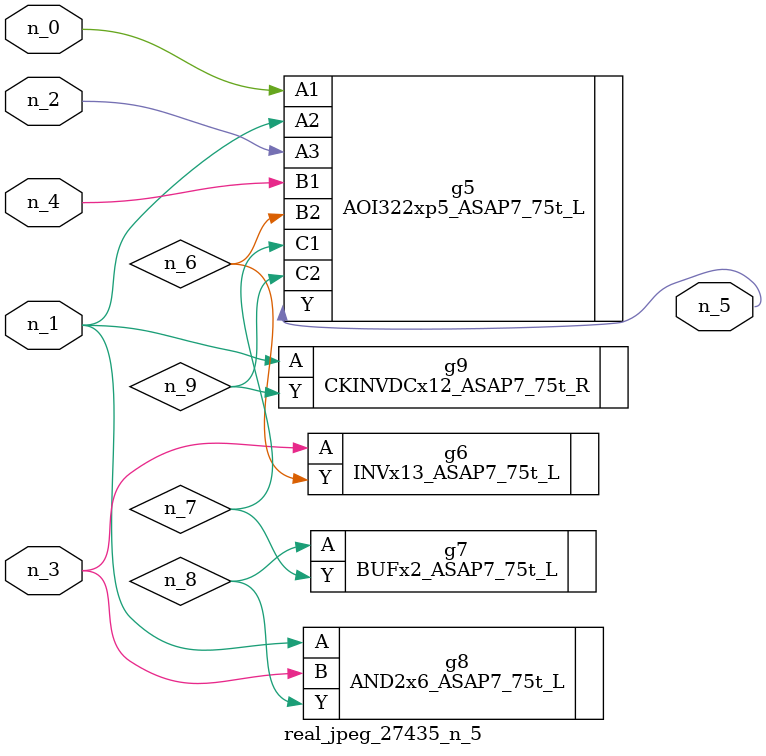
<source format=v>
module real_jpeg_27435_n_5 (n_4, n_0, n_1, n_2, n_3, n_5);

input n_4;
input n_0;
input n_1;
input n_2;
input n_3;

output n_5;

wire n_8;
wire n_6;
wire n_7;
wire n_9;

AOI322xp5_ASAP7_75t_L g5 ( 
.A1(n_0),
.A2(n_1),
.A3(n_2),
.B1(n_4),
.B2(n_6),
.C1(n_7),
.C2(n_9),
.Y(n_5)
);

AND2x6_ASAP7_75t_L g8 ( 
.A(n_1),
.B(n_3),
.Y(n_8)
);

CKINVDCx12_ASAP7_75t_R g9 ( 
.A(n_1),
.Y(n_9)
);

INVx13_ASAP7_75t_L g6 ( 
.A(n_3),
.Y(n_6)
);

BUFx2_ASAP7_75t_L g7 ( 
.A(n_8),
.Y(n_7)
);


endmodule
</source>
